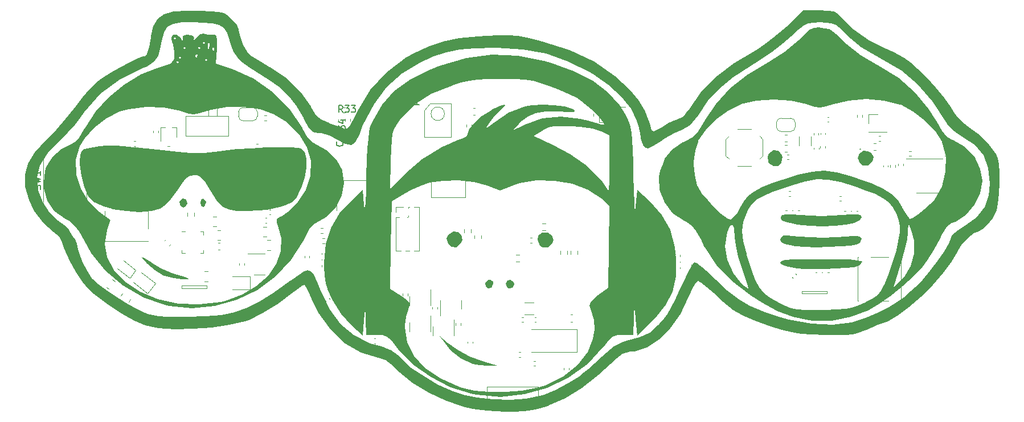
<source format=gbr>
%TF.GenerationSoftware,KiCad,Pcbnew,(6.0.5)*%
%TF.CreationDate,2023-09-14T14:32:31-07:00*%
%TF.ProjectId,Monkeys,4d6f6e6b-6579-4732-9e6b-696361645f70,3.7*%
%TF.SameCoordinates,Original*%
%TF.FileFunction,Legend,Top*%
%TF.FilePolarity,Positive*%
%FSLAX46Y46*%
G04 Gerber Fmt 4.6, Leading zero omitted, Abs format (unit mm)*
G04 Created by KiCad (PCBNEW (6.0.5)) date 2023-09-14 14:32:31*
%MOMM*%
%LPD*%
G01*
G04 APERTURE LIST*
%ADD10C,0.150000*%
%ADD11C,0.125000*%
%ADD12C,0.120000*%
%ADD13C,0.200000*%
%ADD14C,0.100000*%
G04 APERTURE END LIST*
D10*
%TO.C,D3*%
X111711904Y-72352380D02*
X111711904Y-71352380D01*
X111950000Y-71352380D01*
X112092857Y-71400000D01*
X112188095Y-71495238D01*
X112235714Y-71590476D01*
X112283333Y-71780952D01*
X112283333Y-71923809D01*
X112235714Y-72114285D01*
X112188095Y-72209523D01*
X112092857Y-72304761D01*
X111950000Y-72352380D01*
X111711904Y-72352380D01*
X112616666Y-71352380D02*
X113235714Y-71352380D01*
X112902380Y-71733333D01*
X113045238Y-71733333D01*
X113140476Y-71780952D01*
X113188095Y-71828571D01*
X113235714Y-71923809D01*
X113235714Y-72161904D01*
X113188095Y-72257142D01*
X113140476Y-72304761D01*
X113045238Y-72352380D01*
X112759523Y-72352380D01*
X112664285Y-72304761D01*
X112616666Y-72257142D01*
D11*
X111999868Y-70226190D02*
X111714153Y-70226190D01*
X111857011Y-70226190D02*
X111857011Y-69726190D01*
X111809391Y-69797619D01*
X111761772Y-69845238D01*
X111714153Y-69869047D01*
D10*
%TO.C,U5*%
X136565714Y-63062380D02*
X135994285Y-63062380D01*
X136280000Y-63062380D02*
X136280000Y-62062380D01*
X136184761Y-62205238D01*
X136089523Y-62300476D01*
X135994285Y-62348095D01*
%TO.C,C4*%
X94130344Y-70417142D02*
X94082725Y-70464761D01*
X93939868Y-70512380D01*
X93844630Y-70512380D01*
X93701772Y-70464761D01*
X93606534Y-70369523D01*
X93558915Y-70274285D01*
X93511296Y-70083809D01*
X93511296Y-69940952D01*
X93558915Y-69750476D01*
X93606534Y-69655238D01*
X93701772Y-69560000D01*
X93844630Y-69512380D01*
X93939868Y-69512380D01*
X94082725Y-69560000D01*
X94130344Y-69607619D01*
X94987487Y-69845714D02*
X94987487Y-70512380D01*
X94749391Y-69464761D02*
X94511296Y-70179047D01*
X95130344Y-70179047D01*
%TO.C,C41*%
X125167143Y-68632853D02*
X125214762Y-68680472D01*
X125262381Y-68823329D01*
X125262381Y-68918567D01*
X125214762Y-69061424D01*
X125119524Y-69156662D01*
X125024286Y-69204281D01*
X124833810Y-69251900D01*
X124690953Y-69251900D01*
X124500477Y-69204281D01*
X124405239Y-69156662D01*
X124310001Y-69061424D01*
X124262381Y-68918567D01*
X124262381Y-68823329D01*
X124310001Y-68680472D01*
X124357620Y-68632853D01*
X124595715Y-67775710D02*
X125262381Y-67775710D01*
X124214762Y-68013805D02*
X124929048Y-68251900D01*
X124929048Y-67632853D01*
X125262381Y-66728091D02*
X125262381Y-67299519D01*
X125262381Y-67013805D02*
X124262381Y-67013805D01*
X124405239Y-67109043D01*
X124500477Y-67204281D01*
X124548096Y-67299519D01*
%TO.C,JP1*%
X110286666Y-62152380D02*
X110286666Y-62866666D01*
X110239047Y-63009523D01*
X110143809Y-63104761D01*
X110000952Y-63152380D01*
X109905714Y-63152380D01*
X110762857Y-63152380D02*
X110762857Y-62152380D01*
X111143809Y-62152380D01*
X111239047Y-62200000D01*
X111286666Y-62247619D01*
X111334285Y-62342857D01*
X111334285Y-62485714D01*
X111286666Y-62580952D01*
X111239047Y-62628571D01*
X111143809Y-62676190D01*
X110762857Y-62676190D01*
X112286666Y-63152380D02*
X111715238Y-63152380D01*
X112000952Y-63152380D02*
X112000952Y-62152380D01*
X111905714Y-62295238D01*
X111810476Y-62390476D01*
X111715238Y-62438095D01*
%TO.C,D2*%
X90188915Y-71822380D02*
X90188915Y-70822380D01*
X90427011Y-70822380D01*
X90569868Y-70870000D01*
X90665106Y-70965238D01*
X90712725Y-71060476D01*
X90760344Y-71250952D01*
X90760344Y-71393809D01*
X90712725Y-71584285D01*
X90665106Y-71679523D01*
X90569868Y-71774761D01*
X90427011Y-71822380D01*
X90188915Y-71822380D01*
X91141296Y-70917619D02*
X91188915Y-70870000D01*
X91284153Y-70822380D01*
X91522249Y-70822380D01*
X91617487Y-70870000D01*
X91665106Y-70917619D01*
X91712725Y-71012857D01*
X91712725Y-71108095D01*
X91665106Y-71250952D01*
X91093677Y-71822380D01*
X91712725Y-71822380D01*
D11*
X93409868Y-70066190D02*
X93124153Y-70066190D01*
X93267011Y-70066190D02*
X93267011Y-69566190D01*
X93219391Y-69637619D01*
X93171772Y-69685238D01*
X93124153Y-69709047D01*
D10*
%TO.C,U8*%
X195051064Y-55062380D02*
X195051064Y-55871904D01*
X195098683Y-55967142D01*
X195146302Y-56014761D01*
X195241540Y-56062380D01*
X195432016Y-56062380D01*
X195527254Y-56014761D01*
X195574873Y-55967142D01*
X195622492Y-55871904D01*
X195622492Y-55062380D01*
X196241540Y-55490952D02*
X196146302Y-55443333D01*
X196098683Y-55395714D01*
X196051064Y-55300476D01*
X196051064Y-55252857D01*
X196098683Y-55157619D01*
X196146302Y-55110000D01*
X196241540Y-55062380D01*
X196432016Y-55062380D01*
X196527254Y-55110000D01*
X196574873Y-55157619D01*
X196622492Y-55252857D01*
X196622492Y-55300476D01*
X196574873Y-55395714D01*
X196527254Y-55443333D01*
X196432016Y-55490952D01*
X196241540Y-55490952D01*
X196146302Y-55538571D01*
X196098683Y-55586190D01*
X196051064Y-55681428D01*
X196051064Y-55871904D01*
X196098683Y-55967142D01*
X196146302Y-56014761D01*
X196241540Y-56062380D01*
X196432016Y-56062380D01*
X196527254Y-56014761D01*
X196574873Y-55967142D01*
X196622492Y-55871904D01*
X196622492Y-55681428D01*
X196574873Y-55586190D01*
X196527254Y-55538571D01*
X196432016Y-55490952D01*
%TO.C,SW2*%
X91706666Y-76564761D02*
X91849523Y-76612380D01*
X92087619Y-76612380D01*
X92182857Y-76564761D01*
X92230476Y-76517142D01*
X92278095Y-76421904D01*
X92278095Y-76326666D01*
X92230476Y-76231428D01*
X92182857Y-76183809D01*
X92087619Y-76136190D01*
X91897142Y-76088571D01*
X91801904Y-76040952D01*
X91754285Y-75993333D01*
X91706666Y-75898095D01*
X91706666Y-75802857D01*
X91754285Y-75707619D01*
X91801904Y-75660000D01*
X91897142Y-75612380D01*
X92135238Y-75612380D01*
X92278095Y-75660000D01*
X92611428Y-75612380D02*
X92849523Y-76612380D01*
X93040000Y-75898095D01*
X93230476Y-76612380D01*
X93468571Y-75612380D01*
X93801904Y-75707619D02*
X93849523Y-75660000D01*
X93944761Y-75612380D01*
X94182857Y-75612380D01*
X94278095Y-75660000D01*
X94325714Y-75707619D01*
X94373333Y-75802857D01*
X94373333Y-75898095D01*
X94325714Y-76040952D01*
X93754285Y-76612380D01*
X94373333Y-76612380D01*
%TO.C,SW1*%
X80264761Y-75663333D02*
X80312380Y-75520476D01*
X80312380Y-75282380D01*
X80264761Y-75187142D01*
X80217142Y-75139523D01*
X80121904Y-75091904D01*
X80026666Y-75091904D01*
X79931428Y-75139523D01*
X79883809Y-75187142D01*
X79836190Y-75282380D01*
X79788571Y-75472857D01*
X79740952Y-75568095D01*
X79693333Y-75615714D01*
X79598095Y-75663333D01*
X79502857Y-75663333D01*
X79407619Y-75615714D01*
X79360000Y-75568095D01*
X79312380Y-75472857D01*
X79312380Y-75234761D01*
X79360000Y-75091904D01*
X79312380Y-74758571D02*
X80312380Y-74520476D01*
X79598095Y-74330000D01*
X80312380Y-74139523D01*
X79312380Y-73901428D01*
X80312380Y-72996666D02*
X80312380Y-73568095D01*
X80312380Y-73282380D02*
X79312380Y-73282380D01*
X79455238Y-73377619D01*
X79550476Y-73472857D01*
X79598095Y-73568095D01*
%TO.C,R34*%
X125582384Y-67212856D02*
X125106194Y-67546189D01*
X125582384Y-67784284D02*
X124582384Y-67784284D01*
X124582384Y-67403332D01*
X124630004Y-67308094D01*
X124677623Y-67260475D01*
X124772861Y-67212856D01*
X124915718Y-67212856D01*
X125010956Y-67260475D01*
X125058575Y-67308094D01*
X125106194Y-67403332D01*
X125106194Y-67784284D01*
X124582384Y-66879522D02*
X124582384Y-66260475D01*
X124963337Y-66593808D01*
X124963337Y-66450951D01*
X125010956Y-66355713D01*
X125058575Y-66308094D01*
X125153813Y-66260475D01*
X125391908Y-66260475D01*
X125487146Y-66308094D01*
X125534765Y-66355713D01*
X125582384Y-66450951D01*
X125582384Y-66736665D01*
X125534765Y-66831903D01*
X125487146Y-66879522D01*
X124915718Y-65403332D02*
X125582384Y-65403332D01*
X124534765Y-65641427D02*
X125249051Y-65879522D01*
X125249051Y-65260475D01*
%TO.C,R33*%
X125207143Y-64212379D02*
X124873810Y-63736189D01*
X124635715Y-64212379D02*
X124635715Y-63212379D01*
X125016667Y-63212379D01*
X125111905Y-63259999D01*
X125159524Y-63307618D01*
X125207143Y-63402856D01*
X125207143Y-63545713D01*
X125159524Y-63640951D01*
X125111905Y-63688570D01*
X125016667Y-63736189D01*
X124635715Y-63736189D01*
X125540477Y-63212379D02*
X126159524Y-63212379D01*
X125826191Y-63593332D01*
X125969048Y-63593332D01*
X126064286Y-63640951D01*
X126111905Y-63688570D01*
X126159524Y-63783808D01*
X126159524Y-64021903D01*
X126111905Y-64117141D01*
X126064286Y-64164760D01*
X125969048Y-64212379D01*
X125683334Y-64212379D01*
X125588096Y-64164760D01*
X125540477Y-64117141D01*
X126492858Y-63212379D02*
X127111905Y-63212379D01*
X126778572Y-63593332D01*
X126921429Y-63593332D01*
X127016667Y-63640951D01*
X127064286Y-63688570D01*
X127111905Y-63783808D01*
X127111905Y-64021903D01*
X127064286Y-64117141D01*
X127016667Y-64164760D01*
X126921429Y-64212379D01*
X126635715Y-64212379D01*
X126540477Y-64164760D01*
X126492858Y-64117141D01*
D12*
%TO.C,D10*%
X94442707Y-87735069D02*
X92642103Y-86328283D01*
X91737080Y-87486659D02*
X93537685Y-88893445D01*
X93537685Y-88893445D02*
X94442707Y-87735069D01*
%TO.C,C43*%
X199654183Y-59000000D02*
X199869855Y-59000000D01*
X199654183Y-58280000D02*
X199869855Y-58280000D01*
%TO.C,D3*%
X113417011Y-71600000D02*
X113417011Y-72170000D01*
X113127011Y-70890000D02*
X113347011Y-70890000D01*
X111517011Y-70890000D02*
X111297011Y-70890000D01*
X113417011Y-72170000D02*
X111227011Y-72170000D01*
X111227011Y-72170000D02*
X111227011Y-71600000D01*
X112277011Y-70890000D02*
X112367011Y-70890000D01*
%TO.C,C22*%
X196240000Y-67312164D02*
X196240000Y-67527836D01*
X196960000Y-67312164D02*
X196960000Y-67527836D01*
%TO.C,C25*%
X130086836Y-97900000D02*
X129871164Y-97900000D01*
X130086836Y-98620000D02*
X129871164Y-98620000D01*
%TO.C,Q6*%
X147590000Y-68450000D02*
X147590000Y-67800000D01*
X147590000Y-68450000D02*
X147590000Y-70125000D01*
X150710000Y-68450000D02*
X150710000Y-67800000D01*
X150710000Y-68450000D02*
X150710000Y-69100000D01*
%TO.C,R21*%
X142000000Y-95626359D02*
X142000000Y-95933641D01*
X142760000Y-95626359D02*
X142760000Y-95933641D01*
%TO.C,R10*%
X153066359Y-83680000D02*
X153373641Y-83680000D01*
X153066359Y-82920000D02*
X153373641Y-82920000D01*
%TO.C,Y1*%
X194815000Y-69205000D02*
X194815000Y-67855000D01*
X193065000Y-69205000D02*
X193065000Y-67855000D01*
%TO.C,C44*%
X199520806Y-60852502D02*
X199305134Y-60852502D01*
X199520806Y-60132502D02*
X199305134Y-60132502D01*
%TO.C,C2*%
X160042500Y-96490000D02*
X153282500Y-96490000D01*
X153282500Y-99910000D02*
X160042500Y-99910000D01*
X160042500Y-99910000D02*
X160042500Y-96490000D01*
%TO.C,R5*%
X105134566Y-87925001D02*
X104680438Y-87925001D01*
X105134566Y-89395001D02*
X104680438Y-89395001D01*
%TO.C,C40*%
X144614420Y-64580000D02*
X144895580Y-64580000D01*
X144614420Y-63560000D02*
X144895580Y-63560000D01*
D13*
%TO.C,IC1*%
X202189000Y-69728000D02*
X202189000Y-69728000D01*
X202089000Y-69728000D02*
X202089000Y-69728000D01*
X202189000Y-69728000D02*
X202189000Y-69728000D01*
X202189000Y-69728000D02*
G75*
G03*
X202089000Y-69728000I-50000J0D01*
G01*
X202189000Y-69728000D02*
G75*
G03*
X202089000Y-69728000I-50000J0D01*
G01*
X202089000Y-69728000D02*
G75*
G03*
X202189000Y-69728000I50000J0D01*
G01*
D12*
%TO.C,C15*%
X204942164Y-67780000D02*
X205157836Y-67780000D01*
X204942164Y-68500000D02*
X205157836Y-68500000D01*
%TO.C,C42*%
X194632972Y-55170339D02*
X194632972Y-54954667D01*
X193912972Y-55170339D02*
X193912972Y-54954667D01*
%TO.C,R2*%
X107059564Y-83235000D02*
X106605436Y-83235000D01*
X107059564Y-81765000D02*
X106605436Y-81765000D01*
%TO.C,R1*%
X121971359Y-82210000D02*
X122278641Y-82210000D01*
X121971359Y-81450000D02*
X122278641Y-81450000D01*
%TO.C,C18*%
X191527164Y-75990000D02*
X191742836Y-75990000D01*
X191527164Y-76710000D02*
X191742836Y-76710000D01*
%TO.C,R22*%
X134850000Y-91206359D02*
X134850000Y-91513641D01*
X134090000Y-91206359D02*
X134090000Y-91513641D01*
%TO.C,C19*%
X192518307Y-88269190D02*
X192670810Y-88421693D01*
X192009190Y-88778307D02*
X192161693Y-88930810D01*
%TO.C,U5*%
X141340000Y-67940000D02*
X137340000Y-67940000D01*
X137340000Y-67940000D02*
X137340000Y-63940000D01*
X138190000Y-62940000D02*
X141340000Y-62940000D01*
X141340000Y-62940000D02*
X141340000Y-67940000D01*
X138190000Y-62940000D02*
X137340000Y-63940000D01*
X140340000Y-64440000D02*
G75*
G03*
X140340000Y-64440000I-1000000J0D01*
G01*
%TO.C,SW5*%
X105245000Y-64705000D02*
X105245000Y-63105000D01*
X101845000Y-64755000D02*
X108245000Y-64755000D01*
X106545000Y-63105000D02*
X106545000Y-64755000D01*
X101845000Y-67755000D02*
X101845000Y-64755000D01*
X108245000Y-67755000D02*
X101845000Y-67755000D01*
X108245000Y-64755000D02*
X108245000Y-67755000D01*
X105245000Y-63105000D02*
X106545000Y-63105000D01*
%TO.C,R30*%
X163250000Y-64743641D02*
X163250000Y-64436359D01*
X162490000Y-64743641D02*
X162490000Y-64436359D01*
%TO.C,U1*%
X104055000Y-85210000D02*
X104530000Y-85210000D01*
X104530000Y-85210000D02*
X104530000Y-84735000D01*
X104055000Y-81990000D02*
X104530000Y-81990000D01*
X104530000Y-81990000D02*
X104530000Y-82465000D01*
X101310000Y-85210000D02*
X101310000Y-84735000D01*
X101785000Y-85210000D02*
X101310000Y-85210000D01*
X101785000Y-81990000D02*
X101310000Y-81990000D01*
%TO.C,C29*%
X113408748Y-82755000D02*
X113931252Y-82755000D01*
X113408748Y-81285000D02*
X113931252Y-81285000D01*
%TO.C,JP2*%
X192490000Y-65790000D02*
X192490000Y-66390000D01*
X191790000Y-67090000D02*
X190390000Y-67090000D01*
X189690000Y-66390000D02*
X189690000Y-65790000D01*
X190390000Y-65090000D02*
X191790000Y-65090000D01*
X192490000Y-65790000D02*
G75*
G03*
X191790000Y-65090000I-699999J1D01*
G01*
X191790000Y-67090000D02*
G75*
G03*
X192490000Y-66390000I1J699999D01*
G01*
X190390000Y-65090000D02*
G75*
G03*
X189690000Y-65790000I0J-700000D01*
G01*
X189690000Y-66390000D02*
G75*
G03*
X190390000Y-67090000I700000J0D01*
G01*
%TO.C,C37*%
X151862164Y-94750000D02*
X152077836Y-94750000D01*
X151862164Y-95470000D02*
X152077836Y-95470000D01*
%TO.C,R40*%
X199586611Y-56222502D02*
X199279329Y-56222502D01*
X199586611Y-55462502D02*
X199279329Y-55462502D01*
%TO.C,C32*%
X143808000Y-98597836D02*
X143808000Y-98382164D01*
X144528000Y-98597836D02*
X144528000Y-98382164D01*
%TO.C,C34*%
X99640030Y-83871219D02*
X99441219Y-84070030D01*
X98918781Y-83149970D02*
X98719970Y-83348781D01*
%TO.C,D6*%
X193180000Y-80140000D02*
X190990000Y-80140000D01*
X191280000Y-78860000D02*
X191060000Y-78860000D01*
X190990000Y-80140000D02*
X190990000Y-79570000D01*
X192890000Y-78860000D02*
X193110000Y-78860000D01*
X192040000Y-78860000D02*
X192130000Y-78860000D01*
X193180000Y-79570000D02*
X193180000Y-80140000D01*
%TO.C,R28*%
X159097500Y-84872742D02*
X159097500Y-85347258D01*
X160142500Y-84872742D02*
X160142500Y-85347258D01*
%TO.C,C4*%
X94404847Y-69260000D02*
X94189175Y-69260000D01*
X94404847Y-68540000D02*
X94189175Y-68540000D01*
%TO.C,D5*%
X174670000Y-87570000D02*
X174100000Y-87570000D01*
X175380000Y-86430000D02*
X175380000Y-86520000D01*
X174100000Y-87570000D02*
X174100000Y-85380000D01*
X175380000Y-85670000D02*
X175380000Y-85450000D01*
X175380000Y-87280000D02*
X175380000Y-87500000D01*
X174100000Y-85380000D02*
X174670000Y-85380000D01*
%TO.C,Q3*%
X142830000Y-92840000D02*
X142830000Y-92190000D01*
X139710000Y-92840000D02*
X139710000Y-94515000D01*
X139710000Y-92840000D02*
X139710000Y-92190000D01*
X142830000Y-92840000D02*
X142830000Y-93490000D01*
%TO.C,C38*%
X122675690Y-92421017D02*
X122571130Y-92232386D01*
X123305416Y-92071954D02*
X123200856Y-91883323D01*
%TO.C,C1*%
X153632164Y-101240000D02*
X153847836Y-101240000D01*
X153632164Y-101960000D02*
X153847836Y-101960000D01*
%TO.C,D7*%
X197590000Y-86810000D02*
X197590000Y-87380000D01*
X197300000Y-88090000D02*
X197520000Y-88090000D01*
X196540000Y-88090000D02*
X196450000Y-88090000D01*
X195400000Y-87380000D02*
X195400000Y-86810000D01*
X195400000Y-86810000D02*
X197590000Y-86810000D01*
X195690000Y-88090000D02*
X195470000Y-88090000D01*
%TO.C,C12*%
X120269999Y-85852832D02*
X120269999Y-85637160D01*
X119549999Y-85852832D02*
X119549999Y-85637160D01*
%TO.C,C36*%
X153947836Y-94750000D02*
X153732164Y-94750000D01*
X153947836Y-95470000D02*
X153732164Y-95470000D01*
%TO.C,C41*%
X125260001Y-65252160D02*
X125260001Y-65467832D01*
X124540001Y-65252160D02*
X124540001Y-65467832D01*
%TO.C,U2*%
X112857500Y-85290000D02*
X111057500Y-85290000D01*
X112857500Y-85290000D02*
X113657500Y-85290000D01*
X112857500Y-88410000D02*
X113657500Y-88410000D01*
X112857500Y-88410000D02*
X112057500Y-88410000D01*
%TO.C,C24*%
X195980000Y-69717836D02*
X195980000Y-69502164D01*
X195260000Y-69717836D02*
X195260000Y-69502164D01*
%TO.C,C21*%
X197467836Y-64940000D02*
X197252164Y-64940000D01*
X197467836Y-65660000D02*
X197252164Y-65660000D01*
%TO.C,C20*%
X199062164Y-77400000D02*
X199277836Y-77400000D01*
X199062164Y-76680000D02*
X199277836Y-76680000D01*
D14*
%TO.C,D1*%
X156535000Y-83310000D02*
G75*
G03*
X156535000Y-83310000I-50000J0D01*
G01*
D12*
%TO.C,C46*%
X192129856Y-59360002D02*
X191914184Y-59360002D01*
X192129856Y-58640002D02*
X191914184Y-58640002D01*
%TO.C,C45*%
X192159855Y-57330000D02*
X191944183Y-57330000D01*
X192159855Y-58050000D02*
X191944183Y-58050000D01*
%TO.C,C26*%
X191282164Y-70500000D02*
X191497836Y-70500000D01*
X191282164Y-71220000D02*
X191497836Y-71220000D01*
%TO.C,Q1*%
X100485611Y-67879500D02*
X100485611Y-66469500D01*
X98165611Y-66469500D02*
X98825611Y-66469500D01*
X99825611Y-66469500D02*
X100485611Y-66469500D01*
X98165611Y-66469500D02*
X98165611Y-68499500D01*
%TO.C,SW6*%
X187660000Y-68220000D02*
X187660000Y-70720000D01*
X187210000Y-71170000D02*
X187660000Y-70720000D01*
X182610000Y-67770000D02*
X182160000Y-68220000D01*
X182610000Y-71170000D02*
X182160000Y-70720000D01*
X187210000Y-67770000D02*
X187660000Y-68220000D01*
X182160000Y-68220000D02*
X182160000Y-70720000D01*
X185910000Y-66720000D02*
X183910000Y-66720000D01*
X185910000Y-72220000D02*
X183910000Y-72220000D01*
%TO.C,J2*%
X135740000Y-74210000D02*
X137070000Y-74210000D01*
X138340000Y-76870000D02*
X143480000Y-76870000D01*
X135740000Y-75540000D02*
X135740000Y-74210000D01*
X138340000Y-74210000D02*
X143480000Y-74210000D01*
X143480000Y-76870000D02*
X143480000Y-74210000D01*
X138340000Y-76870000D02*
X138340000Y-74210000D01*
%TO.C,L1*%
X204456267Y-69900001D02*
X204113733Y-69900001D01*
X204456267Y-68880001D02*
X204113733Y-68880001D01*
%TO.C,R9*%
X144777498Y-83002259D02*
X144777498Y-82527743D01*
X145822498Y-83002259D02*
X145822498Y-82527743D01*
%TO.C,C6*%
X112387164Y-68960000D02*
X112602836Y-68960000D01*
X112387164Y-69680000D02*
X112602836Y-69680000D01*
%TO.C,JP1*%
X109720000Y-64800000D02*
X109720000Y-64200000D01*
X110420000Y-63500000D02*
X111820000Y-63500000D01*
X111820000Y-65500000D02*
X110420000Y-65500000D01*
X112520000Y-64200000D02*
X112520000Y-64800000D01*
X109720000Y-64800000D02*
G75*
G03*
X110420000Y-65500000I699999J-1D01*
G01*
X111820000Y-65500000D02*
G75*
G03*
X112520000Y-64800000I0J700000D01*
G01*
X110420000Y-63500000D02*
G75*
G03*
X109720000Y-64200000I-1J-699999D01*
G01*
X112520000Y-64200000D02*
G75*
G03*
X111820000Y-63500000I-700000J0D01*
G01*
%TO.C,C39*%
X196220000Y-69272164D02*
X196220000Y-69487836D01*
X196940000Y-69272164D02*
X196940000Y-69487836D01*
%TO.C,C33*%
X105908748Y-81235000D02*
X106431252Y-81235000D01*
X105908748Y-79765000D02*
X106431252Y-79765000D01*
%TO.C,SW4*%
X124320000Y-74360000D02*
X124320000Y-74330000D01*
X124320000Y-76260000D02*
X124320000Y-78860000D01*
X130780000Y-74330000D02*
X130780000Y-74360000D01*
X130780000Y-76260000D02*
X130780000Y-78860000D01*
X124320000Y-80790000D02*
X130780000Y-80790000D01*
X124320000Y-74330000D02*
X130780000Y-74330000D01*
X130780000Y-80790000D02*
X130780000Y-80760000D01*
X124320000Y-80790000D02*
X124320000Y-80760000D01*
%TO.C,Q5*%
X135130000Y-92312500D02*
X135130000Y-91662500D01*
X135130000Y-92312500D02*
X135130000Y-92962500D01*
X138250000Y-92312500D02*
X138250000Y-92962500D01*
X138250000Y-92312500D02*
X138250000Y-90637500D01*
%TO.C,D2*%
X92637011Y-72010000D02*
X92637011Y-71440000D01*
X94537011Y-70730000D02*
X94757011Y-70730000D01*
X94827011Y-71440000D02*
X94827011Y-72010000D01*
X94827011Y-72010000D02*
X92637011Y-72010000D01*
X92927011Y-70730000D02*
X92707011Y-70730000D01*
X93687011Y-70730000D02*
X93777011Y-70730000D01*
%TO.C,SW3*%
X208250000Y-92260000D02*
X208220000Y-92260000D01*
X208250000Y-85800000D02*
X208250000Y-92260000D01*
X201790000Y-85800000D02*
X201820000Y-85800000D01*
X206320000Y-92260000D02*
X203720000Y-92260000D01*
X208220000Y-85800000D02*
X208250000Y-85800000D01*
X201790000Y-92260000D02*
X201820000Y-92260000D01*
X206320000Y-85800000D02*
X203720000Y-85800000D01*
X201790000Y-85800000D02*
X201790000Y-92260000D01*
%TO.C,Q4*%
X141710000Y-96780000D02*
X141710000Y-95105000D01*
X138590000Y-96780000D02*
X138590000Y-97430000D01*
X141710000Y-96780000D02*
X141710000Y-97430000D01*
X138590000Y-96780000D02*
X138590000Y-96130000D01*
D10*
%TO.C,U8*%
X194312969Y-59785000D02*
X197312969Y-59785000D01*
X195812969Y-56535000D02*
X197312969Y-56535000D01*
D12*
%TO.C,R39*%
X197042970Y-54848860D02*
X197042970Y-55156142D01*
X197802970Y-54848860D02*
X197802970Y-55156142D01*
%TO.C,C7*%
X214742164Y-70730000D02*
X214957836Y-70730000D01*
X214742164Y-70010000D02*
X214957836Y-70010000D01*
%TO.C,R14*%
X217333641Y-74040000D02*
X217026359Y-74040000D01*
X217333641Y-74800000D02*
X217026359Y-74800000D01*
%TO.C,C23*%
X195970000Y-67342164D02*
X195970000Y-67557836D01*
X195250000Y-67342164D02*
X195250000Y-67557836D01*
%TO.C,Y2*%
X153585000Y-94325000D02*
X152235000Y-94325000D01*
X153585000Y-92575000D02*
X152235000Y-92575000D01*
%TO.C,C3*%
X110570000Y-86742164D02*
X110570000Y-86957836D01*
X109850000Y-86742164D02*
X109850000Y-86957836D01*
%TO.C,R16*%
X207390000Y-72066359D02*
X207390000Y-72373641D01*
X206630000Y-72066359D02*
X206630000Y-72373641D01*
%TO.C,SW2*%
X96270000Y-83440000D02*
X96270000Y-83410000D01*
X89810000Y-76980000D02*
X96270000Y-76980000D01*
X96270000Y-78910000D02*
X96270000Y-81510000D01*
X96270000Y-76980000D02*
X96270000Y-77010000D01*
X89810000Y-83440000D02*
X96270000Y-83440000D01*
X89810000Y-78910000D02*
X89810000Y-81510000D01*
X89810000Y-77010000D02*
X89810000Y-76980000D01*
X89810000Y-83440000D02*
X89810000Y-83410000D01*
%TO.C,C27*%
X159074420Y-94370000D02*
X159355580Y-94370000D01*
X159074420Y-95390000D02*
X159355580Y-95390000D01*
%TO.C,R17*%
X217343641Y-73020000D02*
X217036359Y-73020000D01*
X217343641Y-73780000D02*
X217036359Y-73780000D01*
%TO.C,G\u002A\u002A\u002A*%
G36*
X101837456Y-77136888D02*
G01*
X101935589Y-77217279D01*
X102135885Y-77781407D01*
X101874955Y-78280071D01*
X101537465Y-78393239D01*
X101078641Y-78132644D01*
X100981580Y-78004321D01*
X100939789Y-77458732D01*
X101318292Y-77092689D01*
X101837456Y-77136888D01*
G37*
G36*
X155715213Y-82137796D02*
G01*
X156336758Y-82567874D01*
X156555092Y-83234242D01*
X156407141Y-83676712D01*
X155715113Y-84309831D01*
X154940315Y-84315106D01*
X154565934Y-84056075D01*
X154153601Y-83279065D01*
X154313691Y-82543342D01*
X154881581Y-82136916D01*
X155715213Y-82137796D01*
G37*
G36*
X190005493Y-69981341D02*
G01*
X190498581Y-70591862D01*
X190558201Y-70843760D01*
X190426822Y-71697008D01*
X189901126Y-72197750D01*
X189209730Y-72257096D01*
X188581245Y-71786154D01*
X188496307Y-71645475D01*
X188360153Y-70822363D01*
X188596803Y-70354461D01*
X189281298Y-69879688D01*
X190005493Y-69981341D01*
G37*
G36*
X177760576Y-81904279D02*
G01*
X177107755Y-81087868D01*
X176304957Y-80533918D01*
X175923071Y-80349273D01*
X174257923Y-79231810D01*
X173035850Y-77665260D01*
X172333540Y-75810635D01*
X172227684Y-73828945D01*
X172394467Y-72940885D01*
X172776732Y-71953802D01*
X177395432Y-71953802D01*
X177545781Y-73585667D01*
X177937521Y-75080368D01*
X178050653Y-75352394D01*
X178610460Y-76267096D01*
X179469712Y-77337468D01*
X180479056Y-78413564D01*
X181489138Y-79345437D01*
X182350607Y-79983142D01*
X182861137Y-80181971D01*
X183297793Y-79887702D01*
X183868159Y-79134083D01*
X184220228Y-78519629D01*
X184817536Y-77485732D01*
X185487902Y-76676603D01*
X186364850Y-76002523D01*
X187581905Y-75373776D01*
X189272591Y-74700646D01*
X190616338Y-74221978D01*
X193009679Y-73462333D01*
X194999401Y-73038749D01*
X196811836Y-72948028D01*
X198673312Y-73186972D01*
X200810159Y-73752385D01*
X201777863Y-74064299D01*
X203979682Y-74853235D01*
X205609847Y-75590142D01*
X206798895Y-76360311D01*
X207677362Y-77249036D01*
X208375786Y-78341610D01*
X208403129Y-78393239D01*
X208939690Y-79333796D01*
X209376648Y-79962115D01*
X209531368Y-80101986D01*
X209979391Y-79951120D01*
X210752445Y-79434593D01*
X211671965Y-78695000D01*
X212559388Y-77874935D01*
X213183088Y-77185867D01*
X214280851Y-75259563D01*
X214855549Y-73056796D01*
X214880125Y-70791986D01*
X214327522Y-68679554D01*
X214272164Y-68555211D01*
X213267132Y-66989655D01*
X211775920Y-65439203D01*
X210007651Y-64087721D01*
X208171450Y-63119075D01*
X208024964Y-63062537D01*
X205700989Y-62479541D01*
X203064393Y-62281297D01*
X200407264Y-62470122D01*
X198204751Y-62984627D01*
X197036744Y-63356597D01*
X196226401Y-63494261D01*
X195455669Y-63398545D01*
X194406492Y-63070373D01*
X194191388Y-62996306D01*
X191887294Y-62463895D01*
X189298515Y-62289724D01*
X186720190Y-62471815D01*
X184447459Y-63008193D01*
X184297853Y-63062537D01*
X182465338Y-63991814D01*
X180683685Y-65318936D01*
X179162017Y-66860038D01*
X178109459Y-68431253D01*
X178050653Y-68555211D01*
X177616580Y-69954708D01*
X177403740Y-71595926D01*
X177395432Y-71953802D01*
X172776732Y-71953802D01*
X173094206Y-71134021D01*
X174167894Y-69788498D01*
X175774251Y-68714677D01*
X176046801Y-68577132D01*
X177113120Y-67987288D01*
X177873327Y-67336186D01*
X178533172Y-66407038D01*
X179111448Y-65348061D01*
X180678380Y-62965547D01*
X182821306Y-60674534D01*
X185401705Y-58603917D01*
X188122278Y-56963431D01*
X190953137Y-55240814D01*
X192970240Y-53483922D01*
X193950561Y-52485422D01*
X194659920Y-51915222D01*
X195297201Y-51662017D01*
X196061289Y-51614501D01*
X196297539Y-51621800D01*
X197527306Y-51820597D01*
X198395161Y-52387943D01*
X198594342Y-52605414D01*
X200155074Y-54129373D01*
X202233033Y-55693619D01*
X204650593Y-57167827D01*
X205246009Y-57485664D01*
X207846724Y-59143188D01*
X210260503Y-61258256D01*
X212298856Y-63645896D01*
X213521485Y-65606542D01*
X214295409Y-66963611D01*
X214975293Y-67799328D01*
X215695787Y-68270301D01*
X215871700Y-68340006D01*
X217686292Y-69342914D01*
X219099002Y-70821207D01*
X220003007Y-72627090D01*
X220293582Y-74458028D01*
X219975001Y-76267826D01*
X219111943Y-78004734D01*
X217843435Y-79476949D01*
X216308501Y-80492666D01*
X215774381Y-80692813D01*
X215105200Y-81216326D01*
X214340865Y-82376579D01*
X213950282Y-83149124D01*
X213125856Y-84684877D01*
X212106682Y-86295433D01*
X211415776Y-87241909D01*
X210164539Y-88592964D01*
X208490679Y-90096723D01*
X206609501Y-91581882D01*
X204736307Y-92877138D01*
X203274980Y-93719079D01*
X200721486Y-94691428D01*
X197946858Y-95224330D01*
X195244174Y-95269288D01*
X194466901Y-95176585D01*
X192111243Y-94658942D01*
X189872905Y-93826632D01*
X187536291Y-92588322D01*
X185900102Y-91547506D01*
X183061867Y-89373068D01*
X180807548Y-86998211D01*
X179007707Y-84277784D01*
X178930530Y-84127789D01*
X182051470Y-84127789D01*
X182357272Y-86231286D01*
X183311863Y-88219476D01*
X184260016Y-89388584D01*
X184947693Y-90059252D01*
X185397979Y-90423647D01*
X185478794Y-90447215D01*
X185413171Y-90089640D01*
X185154437Y-89215467D01*
X184750567Y-87981751D01*
X184524230Y-87322293D01*
X184023524Y-85684860D01*
X183652476Y-84088768D01*
X183473583Y-82813145D01*
X183466194Y-82596760D01*
X183412253Y-81873893D01*
X184583020Y-81873893D01*
X184748592Y-83373598D01*
X185242224Y-85278231D01*
X185285670Y-85421049D01*
X185974716Y-87575183D01*
X186571403Y-89159036D01*
X187149477Y-90298274D01*
X187782682Y-91118560D01*
X188544766Y-91745559D01*
X189242046Y-92162806D01*
X190541785Y-92835650D01*
X191642996Y-93284425D01*
X192748082Y-93548959D01*
X194059449Y-93669080D01*
X195779502Y-93684617D01*
X196876901Y-93665155D01*
X198680285Y-93608854D01*
X199975286Y-93506791D01*
X200968990Y-93318763D01*
X201868485Y-93004565D01*
X202880859Y-92523995D01*
X202958592Y-92484468D01*
X204014833Y-91921823D01*
X204723189Y-91417093D01*
X205239273Y-90784718D01*
X205495662Y-90279039D01*
X207120102Y-90279039D01*
X208037949Y-89434026D01*
X208789254Y-88545818D01*
X209490513Y-87413765D01*
X209616238Y-87158028D01*
X210163138Y-85293617D01*
X210194947Y-83364660D01*
X209768695Y-81791831D01*
X209277266Y-80718591D01*
X209244218Y-82149577D01*
X209121598Y-83127256D01*
X208821019Y-84543063D01*
X208396353Y-86158232D01*
X208165636Y-86929801D01*
X207120102Y-90279039D01*
X205495662Y-90279039D01*
X205718700Y-89839138D01*
X206250786Y-88558732D01*
X206866504Y-86867694D01*
X207417988Y-85058793D01*
X207794282Y-83499117D01*
X207816833Y-83377551D01*
X208025689Y-82033573D01*
X208049173Y-81092995D01*
X207864718Y-80262490D01*
X207509510Y-79383076D01*
X207015428Y-78422213D01*
X206413133Y-77663532D01*
X205575664Y-77021956D01*
X204376059Y-76412408D01*
X202687355Y-75749812D01*
X201421232Y-75303351D01*
X199217387Y-74610810D01*
X197404092Y-74242856D01*
X195742467Y-74200321D01*
X193993633Y-74484036D01*
X191918709Y-75094834D01*
X191205653Y-75338931D01*
X189194505Y-76069110D01*
X187745437Y-76683207D01*
X186732900Y-77262865D01*
X186031344Y-77889726D01*
X185515220Y-78645432D01*
X185228020Y-79226057D01*
X184743498Y-80563313D01*
X184583020Y-81873893D01*
X183412253Y-81873893D01*
X183380655Y-81450442D01*
X183154867Y-80963051D01*
X182822660Y-81153162D01*
X182423166Y-82024088D01*
X182051470Y-84127789D01*
X178930530Y-84127789D01*
X178449096Y-83192112D01*
X177760576Y-81904279D01*
G37*
G36*
X83433588Y-69683317D02*
G01*
X84596003Y-69074835D01*
X85360547Y-68692413D01*
X86028922Y-68004629D01*
X86750074Y-66846978D01*
X86951783Y-66472959D01*
X88481322Y-64144157D01*
X90459310Y-61978143D01*
X92734228Y-60094143D01*
X95154560Y-58611382D01*
X97568789Y-57649088D01*
X98416877Y-57451255D01*
X99618166Y-57026117D01*
X99829213Y-56749577D01*
X100464225Y-56749577D01*
X100643099Y-56928450D01*
X100821972Y-56749577D01*
X100643099Y-56570704D01*
X100464225Y-56749577D01*
X99829213Y-56749577D01*
X100102233Y-56391831D01*
X104757183Y-56391831D01*
X104936056Y-56570704D01*
X105114930Y-56391831D01*
X104936056Y-56212957D01*
X104757183Y-56391831D01*
X100102233Y-56391831D01*
X100195691Y-56269371D01*
X100194269Y-56034084D01*
X100821972Y-56034084D01*
X101000845Y-56212957D01*
X101179718Y-56034084D01*
X101000845Y-55855211D01*
X103326197Y-55855211D01*
X103457091Y-56149677D01*
X103564695Y-56093708D01*
X103607510Y-55669147D01*
X103564695Y-55616713D01*
X103352015Y-55665821D01*
X103326197Y-55855211D01*
X101000845Y-55855211D01*
X100821972Y-56034084D01*
X100194269Y-56034084D01*
X100188731Y-55117559D01*
X100094611Y-54740591D01*
X100060255Y-54603098D01*
X101537465Y-54603098D01*
X101716338Y-54781971D01*
X101895211Y-54603098D01*
X103683944Y-54603098D01*
X103862817Y-54781971D01*
X104041690Y-54603098D01*
X103862817Y-54424225D01*
X105197928Y-54424225D01*
X105235226Y-55075079D01*
X105328088Y-55151784D01*
X105361533Y-55050281D01*
X105377986Y-54781971D01*
X105830423Y-54781971D01*
X105961316Y-55076437D01*
X106068920Y-55020469D01*
X106111735Y-54595908D01*
X106068920Y-54543474D01*
X105856240Y-54592582D01*
X105830423Y-54781971D01*
X105377986Y-54781971D01*
X105417170Y-54142955D01*
X105361533Y-53798169D01*
X105257841Y-53686829D01*
X105201388Y-54181500D01*
X105197928Y-54424225D01*
X103862817Y-54424225D01*
X103683944Y-54603098D01*
X101895211Y-54603098D01*
X101716338Y-54424225D01*
X101537465Y-54603098D01*
X100060255Y-54603098D01*
X99881474Y-53887605D01*
X104399437Y-53887605D01*
X104578310Y-54066478D01*
X104757183Y-53887605D01*
X104578310Y-53708732D01*
X104399437Y-53887605D01*
X99881474Y-53887605D01*
X99858676Y-53796367D01*
X99757984Y-53172112D01*
X100106479Y-53172112D01*
X100285352Y-53350985D01*
X100464225Y-53172112D01*
X100285352Y-52993239D01*
X100106479Y-53172112D01*
X99757984Y-53172112D01*
X99749611Y-53120200D01*
X99748732Y-53085037D01*
X99983837Y-52688199D01*
X100514264Y-52707489D01*
X101077684Y-53110757D01*
X101188954Y-53261549D01*
X101475016Y-53668601D01*
X101460839Y-53468897D01*
X101406238Y-53286063D01*
X101426242Y-52852743D01*
X101957625Y-52712728D01*
X102241820Y-52713545D01*
X102960353Y-52835495D01*
X103102749Y-53200954D01*
X103071533Y-53315087D01*
X103106480Y-53485486D01*
X103450445Y-53123168D01*
X103485530Y-53076691D01*
X104074168Y-52549616D01*
X104513351Y-52529033D01*
X105183750Y-52696064D01*
X105770467Y-52684426D01*
X106226383Y-52665974D01*
X106463410Y-52866430D01*
X106535680Y-53443259D01*
X106497329Y-54553927D01*
X106485960Y-54765666D01*
X106367042Y-56954771D01*
X108700656Y-57746540D01*
X111911284Y-59193191D01*
X114804355Y-61208784D01*
X117267648Y-63698309D01*
X119188938Y-66566759D01*
X119245585Y-66673992D01*
X120027928Y-67964097D01*
X120795954Y-68731326D01*
X121452570Y-69064879D01*
X122973501Y-69938068D01*
X124283655Y-71271947D01*
X125136634Y-72813144D01*
X125157475Y-72874658D01*
X125422156Y-74746588D01*
X125076064Y-76628952D01*
X124199556Y-78347076D01*
X122872992Y-79726287D01*
X121691540Y-80408385D01*
X120948236Y-80867349D01*
X120270951Y-81664625D01*
X119533903Y-82956438D01*
X119360599Y-83303458D01*
X117554211Y-86198096D01*
X115238725Y-88667638D01*
X112511470Y-90666696D01*
X109469773Y-92149880D01*
X106210964Y-93071801D01*
X102832371Y-93387070D01*
X99431322Y-93050298D01*
X98772854Y-92904559D01*
X95566246Y-91775301D01*
X92588080Y-90041785D01*
X89960239Y-87800892D01*
X87804605Y-85149507D01*
X86769084Y-83362881D01*
X86029549Y-81983289D01*
X85374644Y-81079916D01*
X84638765Y-80458672D01*
X83965327Y-80076856D01*
X82300024Y-78918995D01*
X81258584Y-77421854D01*
X80811108Y-75536889D01*
X80788169Y-74918224D01*
X80861294Y-73663964D01*
X81048024Y-72599428D01*
X81189627Y-72198593D01*
X81793457Y-71339724D01*
X85536956Y-71339724D01*
X85599688Y-73502513D01*
X86254181Y-75619096D01*
X87458195Y-77549499D01*
X89068357Y-79080370D01*
X90730235Y-80304122D01*
X90207117Y-81763469D01*
X89820702Y-83806053D01*
X90145783Y-85786409D01*
X91180648Y-87699475D01*
X92797495Y-89430487D01*
X95058655Y-90972336D01*
X97760795Y-92069656D01*
X100764234Y-92695963D01*
X103929289Y-92824776D01*
X107116280Y-92429611D01*
X107792037Y-92273367D01*
X110276972Y-91392123D01*
X112401526Y-90133413D01*
X114105779Y-88579596D01*
X115329808Y-86813034D01*
X116013693Y-84916089D01*
X116097512Y-82971121D01*
X115686618Y-81422386D01*
X115379622Y-80594007D01*
X115436887Y-80141756D01*
X115935118Y-79786594D01*
X116170133Y-79663419D01*
X117020644Y-79073020D01*
X117986194Y-78194440D01*
X118343197Y-77811475D01*
X119715440Y-75781007D01*
X120416132Y-73649902D01*
X120465729Y-71499336D01*
X119884687Y-69410482D01*
X118693464Y-67464516D01*
X116912515Y-65742610D01*
X114998822Y-64540569D01*
X112943672Y-63799903D01*
X110529387Y-63421960D01*
X108021778Y-63421075D01*
X105686653Y-63811581D01*
X105065923Y-64004924D01*
X103909842Y-64390372D01*
X103108229Y-64534003D01*
X102343590Y-64439757D01*
X101298429Y-64111577D01*
X101130712Y-64053772D01*
X98677528Y-63502202D01*
X96000781Y-63392777D01*
X93404716Y-63722898D01*
X92010212Y-64131679D01*
X90078339Y-65109523D01*
X88287050Y-66476633D01*
X86842390Y-68053599D01*
X86108221Y-69270704D01*
X85536956Y-71339724D01*
X81793457Y-71339724D01*
X82158831Y-70820027D01*
X83433588Y-69683317D01*
G37*
G36*
X191939193Y-82616218D02*
G01*
X193112908Y-82748362D01*
X194759600Y-82829979D01*
X196638406Y-82859166D01*
X198508465Y-82834023D01*
X200128913Y-82752647D01*
X200803167Y-82686197D01*
X201767986Y-82631969D01*
X202228200Y-82822680D01*
X202340913Y-83087125D01*
X202132959Y-83646865D01*
X201634366Y-83909399D01*
X200668325Y-84079258D01*
X199201127Y-84205787D01*
X197446054Y-84284464D01*
X195616391Y-84310765D01*
X193925419Y-84280167D01*
X192586421Y-84188147D01*
X192087357Y-84111867D01*
X190961354Y-83845835D01*
X190402293Y-83597921D01*
X190271169Y-83269768D01*
X190374575Y-82899957D01*
X190701776Y-82566222D01*
X191425862Y-82537279D01*
X191939193Y-82616218D01*
G37*
G36*
X95738814Y-85921915D02*
G01*
X96643152Y-86497253D01*
X97211315Y-86878571D01*
X98235253Y-87442876D01*
X99599908Y-88034722D01*
X100609907Y-88394337D01*
X101767479Y-88767443D01*
X102295822Y-88975228D01*
X102248062Y-89067602D01*
X101677325Y-89094472D01*
X101358592Y-89097683D01*
X100076659Y-88944297D01*
X98735859Y-88549998D01*
X98496620Y-88447395D01*
X97291018Y-87721689D01*
X96160057Y-86785329D01*
X95992394Y-86611190D01*
X95453421Y-85987654D01*
X95355565Y-85754972D01*
X95738814Y-85921915D01*
G37*
G36*
X142341000Y-82057114D02*
G01*
X142862347Y-82499836D01*
X142990094Y-83206847D01*
X142786336Y-83718625D01*
X142116867Y-84320430D01*
X141395991Y-84290277D01*
X140888890Y-83758151D01*
X140665392Y-83002536D01*
X140908556Y-82484456D01*
X141623816Y-82008661D01*
X142341000Y-82057114D01*
G37*
G36*
X122523362Y-88590219D02*
G01*
X122475986Y-87124067D01*
X122475977Y-86627777D01*
X122712826Y-83843975D01*
X123451867Y-81459002D01*
X124766806Y-79298685D01*
X126294879Y-77603475D01*
X128189577Y-75754725D01*
X128378299Y-78057785D01*
X128452821Y-78610852D01*
X128526987Y-78452933D01*
X128600413Y-77588538D01*
X128672719Y-76022172D01*
X128684882Y-75633268D01*
X132241410Y-75633268D01*
X134593212Y-73281466D01*
X136991020Y-71205099D01*
X139649175Y-69577388D01*
X139853088Y-69474128D01*
X141197798Y-68827079D01*
X142334186Y-68327850D01*
X143088197Y-68050881D01*
X143256355Y-68018591D01*
X143700662Y-67733577D01*
X143701849Y-67728348D01*
X153640157Y-67728348D01*
X156476839Y-69074486D01*
X158990423Y-70437606D01*
X161198640Y-71968715D01*
X162953448Y-73555989D01*
X163819199Y-74620627D01*
X164364331Y-75393946D01*
X164715831Y-75841934D01*
X164769155Y-75886569D01*
X164804402Y-75553398D01*
X164833105Y-74646022D01*
X164852184Y-73305719D01*
X164858592Y-71784116D01*
X164858592Y-67679219D01*
X163695915Y-67066036D01*
X162418974Y-66650338D01*
X160469796Y-66389076D01*
X159313521Y-66320309D01*
X157698750Y-66276275D01*
X156595985Y-66322913D01*
X155804423Y-66489022D01*
X155123256Y-66803405D01*
X154866980Y-66958056D01*
X153640157Y-67728348D01*
X143701849Y-67728348D01*
X143751549Y-67509420D01*
X144043618Y-66728441D01*
X144815824Y-65776407D01*
X145912163Y-64809767D01*
X147176636Y-63984968D01*
X147363722Y-63886919D01*
X148627366Y-63284347D01*
X149286805Y-63063378D01*
X149341714Y-63224027D01*
X148791767Y-63766307D01*
X148719557Y-63827936D01*
X147840540Y-64726899D01*
X147111015Y-65693239D01*
X146437283Y-66766478D01*
X147646412Y-65765576D01*
X149912743Y-64251493D01*
X152331107Y-63377448D01*
X153350415Y-63193946D01*
X154946684Y-63082629D01*
X156618085Y-63136227D01*
X158139370Y-63331753D01*
X159285293Y-63646223D01*
X159640213Y-63835813D01*
X159799861Y-64042935D01*
X159508953Y-64154834D01*
X158678368Y-64183356D01*
X157318602Y-64144436D01*
X155338467Y-64138985D01*
X153866560Y-64346948D01*
X152712889Y-64825464D01*
X151687464Y-65631675D01*
X151395690Y-65925765D01*
X150369859Y-67000671D01*
X152327697Y-66019804D01*
X154881845Y-65126144D01*
X157669205Y-64841136D01*
X160532170Y-65174106D01*
X161623518Y-65469781D01*
X162801026Y-65818746D01*
X163677495Y-66033884D01*
X164065200Y-66069195D01*
X164066117Y-66068342D01*
X163956192Y-65721232D01*
X163428579Y-65061809D01*
X162622516Y-64226941D01*
X161677243Y-63353496D01*
X160731999Y-62578340D01*
X160021069Y-62092205D01*
X158917202Y-61525462D01*
X157446231Y-60873915D01*
X155920884Y-60275833D01*
X155877062Y-60259985D01*
X154633643Y-59842703D01*
X153519530Y-59565419D01*
X152326019Y-59399634D01*
X150844410Y-59316848D01*
X148866001Y-59288561D01*
X148760000Y-59288105D01*
X146755636Y-59298117D01*
X145247943Y-59365838D01*
X144018695Y-59519711D01*
X142849670Y-59788182D01*
X141522643Y-60199693D01*
X141367185Y-60251709D01*
X138364823Y-61495895D01*
X135963852Y-63024950D01*
X134089908Y-64888619D01*
X133734648Y-65357269D01*
X133204357Y-66117138D01*
X132845887Y-66760384D01*
X132620561Y-67456302D01*
X132489703Y-68374183D01*
X132414636Y-69683320D01*
X132361973Y-71365657D01*
X132241410Y-75633268D01*
X128684882Y-75633268D01*
X128743522Y-73758345D01*
X128743945Y-73742535D01*
X128817125Y-71328111D01*
X128899008Y-69505258D01*
X129003774Y-68150076D01*
X129145602Y-67138664D01*
X129338672Y-66347121D01*
X129597163Y-65651547D01*
X129695146Y-65430891D01*
X131067723Y-63057734D01*
X132877268Y-61055793D01*
X135200101Y-59362486D01*
X138112543Y-57915229D01*
X139531595Y-57365105D01*
X143574569Y-56184932D01*
X147445564Y-55657345D01*
X151257721Y-55778699D01*
X155124178Y-56545348D01*
X156093803Y-56831537D01*
X159548967Y-58098252D01*
X162370285Y-59552356D01*
X164625454Y-61240659D01*
X166382175Y-63209969D01*
X167209047Y-64516825D01*
X167565534Y-65177629D01*
X167832872Y-65771332D01*
X168026783Y-66415020D01*
X168162988Y-67225781D01*
X168257207Y-68320699D01*
X168325163Y-69816863D01*
X168382577Y-71831357D01*
X168423773Y-73563662D01*
X168488217Y-75927291D01*
X168555224Y-77602157D01*
X168624307Y-78581902D01*
X168694983Y-78860169D01*
X168766767Y-78430599D01*
X168781519Y-78255251D01*
X168972676Y-75791911D01*
X170832827Y-77467274D01*
X172689909Y-79495417D01*
X173933563Y-81733545D01*
X174624825Y-84313710D01*
X174798093Y-86046065D01*
X174745270Y-88679548D01*
X174244280Y-90908597D01*
X173221317Y-92922168D01*
X171602575Y-94909217D01*
X171159644Y-95361101D01*
X168974336Y-97532676D01*
X168768369Y-95028450D01*
X168562403Y-92524225D01*
X168499230Y-94939014D01*
X168436056Y-97353802D01*
X166899709Y-97353802D01*
X166022452Y-97400434D01*
X165386058Y-97630153D01*
X164774652Y-98177700D01*
X163972356Y-99177811D01*
X163967863Y-99183701D01*
X161607356Y-101706008D01*
X158794584Y-103742352D01*
X155634278Y-105255866D01*
X152231165Y-106209683D01*
X148689975Y-106566936D01*
X145115438Y-106290759D01*
X144253039Y-106123696D01*
X141248663Y-105163954D01*
X138317293Y-103662281D01*
X135657948Y-101743573D01*
X133469648Y-99532729D01*
X133194390Y-99183701D01*
X132390709Y-98181182D01*
X131778916Y-97631852D01*
X131143135Y-97400971D01*
X130267490Y-97353803D01*
X130262544Y-97353802D01*
X128726197Y-97353802D01*
X128664451Y-95117887D01*
X128602704Y-92881971D01*
X128396141Y-95155362D01*
X128189577Y-97428753D01*
X126503428Y-95941460D01*
X124994003Y-94272081D01*
X123705124Y-92192234D01*
X123641456Y-92064579D01*
X123044146Y-90771482D01*
X122947072Y-90478702D01*
X132287823Y-90478702D01*
X133840350Y-91507054D01*
X134737462Y-92130461D01*
X135138801Y-92572887D01*
X135151401Y-93038780D01*
X134937645Y-93603055D01*
X134645851Y-94653913D01*
X134484651Y-95943289D01*
X134474133Y-96280563D01*
X134806867Y-98479157D01*
X135808097Y-100493378D01*
X137447191Y-102290999D01*
X139693517Y-103839797D01*
X142516443Y-105107546D01*
X143036056Y-105287656D01*
X144801711Y-105673050D01*
X147015745Y-105858377D01*
X149441772Y-105851002D01*
X151843408Y-105658290D01*
X153984267Y-105287607D01*
X155251246Y-104907068D01*
X157972095Y-103570161D01*
X160102719Y-101897492D01*
X161616840Y-99914520D01*
X162407604Y-97973925D01*
X162645476Y-96563245D01*
X162536159Y-95159815D01*
X162051440Y-93496737D01*
X161888285Y-93060845D01*
X162042892Y-92479204D01*
X162854099Y-91683034D01*
X163180636Y-91436223D01*
X164679718Y-90348221D01*
X164777412Y-84236167D01*
X164875107Y-78124113D01*
X163644058Y-77043237D01*
X161710612Y-75773487D01*
X159343982Y-74887859D01*
X156731216Y-74413766D01*
X154059362Y-74378617D01*
X151515468Y-74809823D01*
X150558508Y-75125614D01*
X148600678Y-75880811D01*
X146623297Y-75130673D01*
X144715861Y-74634478D01*
X142449779Y-74385832D01*
X140142583Y-74398368D01*
X138111803Y-74685721D01*
X137848732Y-74753907D01*
X136743690Y-75165242D01*
X135391831Y-75807712D01*
X134450141Y-76329533D01*
X132482535Y-77505393D01*
X132385179Y-83992048D01*
X132287823Y-90478702D01*
X122947072Y-90478702D01*
X122692098Y-89709692D01*
X122523362Y-88590219D01*
G37*
G36*
X198786108Y-86101805D02*
G01*
X200565627Y-86155024D01*
X201727267Y-86247703D01*
X202319455Y-86383098D01*
X202421972Y-86493697D01*
X202132210Y-86950962D01*
X201795915Y-87146310D01*
X201149994Y-87267365D01*
X199978917Y-87376770D01*
X198473009Y-87467478D01*
X196822594Y-87532438D01*
X195217995Y-87564601D01*
X193849536Y-87556918D01*
X192907539Y-87502340D01*
X192762817Y-87480883D01*
X191433693Y-87214729D01*
X190669422Y-86993548D01*
X190326359Y-86762519D01*
X190258592Y-86525156D01*
X190445743Y-86354352D01*
X191055087Y-86230122D01*
X192158455Y-86147265D01*
X193827681Y-86100579D01*
X196134598Y-86084864D01*
X196340282Y-86084788D01*
X198786108Y-86101805D01*
G37*
G36*
X78421286Y-71865399D02*
G01*
X79469839Y-70169595D01*
X81134870Y-68322474D01*
X81265084Y-68194384D01*
X82629463Y-66779296D01*
X84025874Y-65198449D01*
X85213462Y-63728248D01*
X85523641Y-63307243D01*
X86543051Y-61977664D01*
X87637672Y-60709028D01*
X88583482Y-59759725D01*
X88647845Y-59703743D01*
X89495779Y-59082605D01*
X90696483Y-58331943D01*
X92076209Y-57545151D01*
X93461206Y-56815621D01*
X94677723Y-56236747D01*
X95552010Y-55901922D01*
X95807730Y-55855211D01*
X96035065Y-55747334D01*
X96228730Y-55337536D01*
X96427235Y-54496565D01*
X96669089Y-53095171D01*
X96713741Y-52814366D01*
X97071851Y-51386256D01*
X97689545Y-50345042D01*
X98657158Y-49645342D01*
X100065021Y-49241774D01*
X102003469Y-49088958D01*
X104068400Y-49119573D01*
X105710912Y-49198923D01*
X106814311Y-49308713D01*
X107554823Y-49494030D01*
X108108677Y-49799962D01*
X108652102Y-50271596D01*
X108681652Y-50299848D01*
X109366261Y-51105016D01*
X109741368Y-51836405D01*
X109765634Y-51998421D01*
X109954975Y-52997974D01*
X110424165Y-54183423D01*
X111024951Y-55230272D01*
X111468725Y-55726178D01*
X112080252Y-56136208D01*
X113104012Y-56762732D01*
X114326469Y-57475334D01*
X114416338Y-57526417D01*
X116907332Y-59224298D01*
X118977710Y-61214255D01*
X120487553Y-63359246D01*
X120610569Y-63593186D01*
X121256565Y-64663049D01*
X122009775Y-65324978D01*
X123165974Y-65836353D01*
X123203976Y-65849924D01*
X124321174Y-66253425D01*
X125211440Y-66585337D01*
X125506479Y-66701435D01*
X125864731Y-66632812D01*
X126321781Y-66102275D01*
X126933836Y-65031355D01*
X127453310Y-63983520D01*
X129321542Y-60891271D01*
X131727370Y-58230842D01*
X134592552Y-56083063D01*
X135704224Y-55459767D01*
X137919605Y-54439737D01*
X140123651Y-53707946D01*
X142527753Y-53213299D01*
X145343300Y-52904703D01*
X146613521Y-52822925D01*
X148475054Y-52738419D01*
X149912810Y-52738604D01*
X151186446Y-52849801D01*
X152555621Y-53098332D01*
X154279989Y-53510520D01*
X154863315Y-53659226D01*
X158970074Y-54970687D01*
X162546046Y-56680463D01*
X165687283Y-58841900D01*
X167944452Y-60924439D01*
X169166752Y-62373724D01*
X170089679Y-63940308D01*
X170846186Y-65870524D01*
X171151183Y-66865888D01*
X171438048Y-67038076D01*
X172125302Y-66753443D01*
X172632177Y-66440481D01*
X173702780Y-65830030D01*
X174715538Y-65391754D01*
X174950310Y-65322155D01*
X175829765Y-64833278D01*
X176583099Y-63966015D01*
X176587370Y-63958830D01*
X178411155Y-61340340D01*
X180634352Y-59024525D01*
X183362484Y-56917010D01*
X186673966Y-54937934D01*
X187837523Y-54200762D01*
X189255472Y-53137457D01*
X190683872Y-51935302D01*
X191187354Y-51472816D01*
X193740298Y-49058028D01*
X196081728Y-49058028D01*
X197391769Y-49088863D01*
X198216277Y-49228616D01*
X198784196Y-49548158D01*
X199259889Y-50041831D01*
X201163329Y-51880878D01*
X203495716Y-53514361D01*
X205641690Y-54605020D01*
X207152330Y-55318809D01*
X208681895Y-56172810D01*
X209655286Y-56811081D01*
X210700463Y-57714848D01*
X211980713Y-59022694D01*
X213336497Y-60549012D01*
X214608275Y-62108198D01*
X215636508Y-63514645D01*
X216167177Y-64386913D01*
X216742168Y-65112759D01*
X217696763Y-65964152D01*
X218467371Y-66518458D01*
X219981852Y-67687583D01*
X221327398Y-69065810D01*
X222313429Y-70444168D01*
X222608792Y-71059436D01*
X222759602Y-71885428D01*
X222830192Y-73197751D01*
X222827161Y-74772530D01*
X222757110Y-76385890D01*
X222626639Y-77813957D01*
X222442347Y-78832856D01*
X222373686Y-79034506D01*
X221833583Y-79995442D01*
X221099027Y-80936853D01*
X220347942Y-81660888D01*
X219758254Y-81969697D01*
X219733193Y-81970704D01*
X219038488Y-82243537D01*
X218164945Y-82935334D01*
X217309267Y-83856043D01*
X216668152Y-84815610D01*
X216569265Y-85027699D01*
X215755794Y-86489820D01*
X214496056Y-88177541D01*
X212925376Y-89957653D01*
X211179079Y-91696945D01*
X209392491Y-93262208D01*
X207700936Y-94520232D01*
X206239740Y-95337807D01*
X205999437Y-95432319D01*
X204608075Y-95964456D01*
X203135845Y-96573579D01*
X202779718Y-96729767D01*
X201947343Y-97049916D01*
X201054109Y-97254842D01*
X199924607Y-97364123D01*
X198383427Y-97397336D01*
X196909259Y-97384974D01*
X194911813Y-97332050D01*
X193357715Y-97213279D01*
X191975162Y-96984904D01*
X190492351Y-96603170D01*
X188815442Y-96081977D01*
X186559752Y-95298784D01*
X184786119Y-94525674D01*
X183274525Y-93634823D01*
X181804952Y-92498404D01*
X180325285Y-91149398D01*
X179341964Y-90256729D01*
X178528843Y-89601631D01*
X178043075Y-89309345D01*
X178010304Y-89304507D01*
X177699952Y-89612155D01*
X177235393Y-90423641D01*
X176710721Y-91571772D01*
X176647334Y-91726339D01*
X175412433Y-94218526D01*
X173906944Y-96353316D01*
X172216488Y-98050451D01*
X170426680Y-99229671D01*
X168623141Y-99810717D01*
X167972727Y-99858028D01*
X166817685Y-100183663D01*
X165941322Y-100841831D01*
X163275427Y-103317441D01*
X160793247Y-105252345D01*
X158354463Y-106743749D01*
X155818757Y-107888859D01*
X155708751Y-107930559D01*
X154527617Y-108333782D01*
X153423884Y-108589301D01*
X152176310Y-108726605D01*
X150563654Y-108775180D01*
X149377889Y-108774346D01*
X146697472Y-108678313D01*
X144549928Y-108418698D01*
X143091400Y-108077365D01*
X140467491Y-107130803D01*
X137906522Y-105892559D01*
X135586020Y-104467203D01*
X133683511Y-102959306D01*
X132762110Y-101992970D01*
X131595111Y-101110902D01*
X130458632Y-100784887D01*
X127928635Y-100025452D01*
X125572949Y-98613820D01*
X123454374Y-96604545D01*
X121635709Y-94052179D01*
X120743461Y-92345352D01*
X120201406Y-91186935D01*
X119782558Y-90313194D01*
X119570939Y-89899157D01*
X119565025Y-89890546D01*
X119255469Y-90019807D01*
X118563444Y-90489236D01*
X117923973Y-90974748D01*
X115462837Y-92783679D01*
X113194516Y-94193275D01*
X111229935Y-95136922D01*
X110660000Y-95336956D01*
X108372424Y-95891038D01*
X105740790Y-96275697D01*
X102970411Y-96482445D01*
X100266599Y-96502795D01*
X97834669Y-96328259D01*
X95879933Y-95950348D01*
X95872812Y-95948259D01*
X94222561Y-95279514D01*
X92278457Y-94199684D01*
X90227101Y-92827872D01*
X88255094Y-91283177D01*
X87459415Y-90578308D01*
X86534643Y-89502390D01*
X85531542Y-87989583D01*
X84588896Y-86284755D01*
X83845486Y-84632776D01*
X83511104Y-83611917D01*
X83039615Y-82753903D01*
X82261442Y-82048721D01*
X80700975Y-80738260D01*
X79368791Y-78913345D01*
X78605205Y-77310596D01*
X78025899Y-75309332D01*
X77970085Y-73965186D01*
X79783424Y-73965186D01*
X79971401Y-75878120D01*
X80586590Y-77567282D01*
X81595947Y-79204802D01*
X82925538Y-80355094D01*
X83846095Y-81027576D01*
X84489534Y-81665178D01*
X84631016Y-81896543D01*
X85092215Y-82698795D01*
X85329419Y-82980060D01*
X85719501Y-83714420D01*
X85804477Y-84232173D01*
X86005065Y-85224526D01*
X86506958Y-86516440D01*
X87183073Y-87834400D01*
X87906327Y-88904894D01*
X88054740Y-89075286D01*
X88885006Y-89808531D01*
X90160309Y-90750537D01*
X91692176Y-91777504D01*
X93292137Y-92765630D01*
X94771720Y-93591113D01*
X95402874Y-93902052D01*
X96161911Y-94215738D01*
X96944830Y-94430072D01*
X97905547Y-94562210D01*
X99197976Y-94629308D01*
X100976032Y-94648521D01*
X102074084Y-94645638D01*
X104865419Y-94582478D01*
X107178033Y-94385169D01*
X109177207Y-93995637D01*
X111028225Y-93355808D01*
X112896366Y-92407608D01*
X114946914Y-91092964D01*
X117345149Y-89353800D01*
X117529772Y-89215070D01*
X118592216Y-88458629D01*
X119466472Y-87914154D01*
X119969781Y-87695042D01*
X119980135Y-87694647D01*
X120466514Y-87857929D01*
X120936981Y-88418665D01*
X121460421Y-89483192D01*
X121952819Y-90739837D01*
X123248782Y-93549219D01*
X124863946Y-95753128D01*
X126869461Y-97417209D01*
X129336472Y-98607107D01*
X131024898Y-99110282D01*
X132430115Y-99621719D01*
X133591846Y-100494825D01*
X134107928Y-101041664D01*
X135427213Y-102252026D01*
X137230454Y-103514392D01*
X139307756Y-104706114D01*
X141449226Y-105704542D01*
X143083310Y-106286351D01*
X145158868Y-106725369D01*
X147572444Y-106964116D01*
X150085819Y-107001861D01*
X152460773Y-106837875D01*
X154459089Y-106471427D01*
X154947250Y-106322688D01*
X156824173Y-105558914D01*
X158711411Y-104591655D01*
X160337320Y-103568515D01*
X161062498Y-102999779D01*
X161688279Y-102441230D01*
X162653657Y-101573305D01*
X163768211Y-100567268D01*
X163964225Y-100389938D01*
X165576281Y-99089346D01*
X166901050Y-98355820D01*
X167362817Y-98224383D01*
X169341178Y-97739333D01*
X170840132Y-97023979D01*
X172086508Y-95962751D01*
X172330028Y-95693571D01*
X172961593Y-94940013D01*
X173494256Y-94205627D01*
X174009643Y-93345865D01*
X174589378Y-92216175D01*
X175315088Y-90672009D01*
X175932384Y-89314163D01*
X176523199Y-88084807D01*
X177052790Y-87120438D01*
X177419962Y-86602911D01*
X177457540Y-86573311D01*
X177864208Y-86711638D01*
X178653345Y-87298170D01*
X179725488Y-88252276D01*
X180681300Y-89186680D01*
X182395479Y-90808577D01*
X184040099Y-92078167D01*
X185792791Y-93091815D01*
X187831185Y-93945885D01*
X190332911Y-94736741D01*
X191501109Y-95056435D01*
X194876217Y-95721619D01*
X198029231Y-95887314D01*
X200857182Y-95555202D01*
X202958592Y-94869160D01*
X204940298Y-93951659D01*
X206431703Y-93199694D01*
X207604154Y-92506487D01*
X208628996Y-91765262D01*
X209677575Y-90869241D01*
X210307305Y-90289688D01*
X211411478Y-89152309D01*
X212565587Y-87788064D01*
X213667702Y-86339996D01*
X214615893Y-84951146D01*
X215308232Y-83764554D01*
X215642788Y-82923263D01*
X215658592Y-82780030D01*
X215943148Y-82405445D01*
X216688912Y-81808733D01*
X217727149Y-81123673D01*
X219501354Y-79812572D01*
X220644620Y-78355513D01*
X221241498Y-76607264D01*
X221382535Y-74845012D01*
X221162191Y-72506788D01*
X220454115Y-70628640D01*
X219187741Y-69094674D01*
X217292503Y-67788999D01*
X216986107Y-67624681D01*
X215931197Y-66879410D01*
X215064084Y-65947519D01*
X214946901Y-65768245D01*
X212851439Y-62612439D01*
X210656574Y-60067715D01*
X208255174Y-58029702D01*
X205540106Y-56394030D01*
X205104324Y-56179404D01*
X202322342Y-54556893D01*
X200286968Y-52825985D01*
X199282936Y-51831419D01*
X198559659Y-51242454D01*
X197897954Y-50952843D01*
X197078639Y-50856334D01*
X196204013Y-50846760D01*
X195147172Y-50865960D01*
X194387984Y-50989683D01*
X193721292Y-51317115D01*
X192941941Y-51947440D01*
X191898834Y-52928150D01*
X190682523Y-53968723D01*
X189064510Y-55184202D01*
X187272876Y-56409930D01*
X185828467Y-57310545D01*
X183234835Y-58988698D01*
X181183637Y-60675899D01*
X179516262Y-62524246D01*
X178074096Y-64685840D01*
X177994943Y-64822425D01*
X176874841Y-66110968D01*
X175695944Y-66777526D01*
X174511572Y-67345180D01*
X173126906Y-68119595D01*
X172295954Y-68637775D01*
X171265582Y-69293521D01*
X170650696Y-69583833D01*
X170279823Y-69552437D01*
X169981491Y-69243058D01*
X169972160Y-69230337D01*
X169588944Y-68439072D01*
X169509296Y-67991297D01*
X169407494Y-67323169D01*
X169145993Y-66256572D01*
X168916491Y-65466011D01*
X168066213Y-63713782D01*
X166625226Y-61897943D01*
X164697448Y-60126403D01*
X162386800Y-58507073D01*
X161982622Y-58265882D01*
X158718579Y-56611196D01*
X155439534Y-55484845D01*
X151953675Y-54837933D01*
X148069187Y-54621562D01*
X147686761Y-54621563D01*
X144893287Y-54692650D01*
X142602611Y-54907521D01*
X140609464Y-55307154D01*
X138708574Y-55932528D01*
X136725041Y-56809883D01*
X134060870Y-58408245D01*
X131797041Y-60453945D01*
X129873889Y-63017817D01*
X128231745Y-66170694D01*
X127652809Y-67579886D01*
X127116325Y-68635094D01*
X126476224Y-69077161D01*
X125599654Y-68937666D01*
X124485668Y-68332688D01*
X123211905Y-67680468D01*
X122019689Y-67330889D01*
X121685251Y-67303098D01*
X121036549Y-67249695D01*
X120555812Y-66994734D01*
X120097327Y-66396086D01*
X119515377Y-65311622D01*
X119392915Y-65067183D01*
X118402232Y-63303613D01*
X117298724Y-61865979D01*
X115919025Y-60588001D01*
X114099771Y-59303404D01*
X113149156Y-58712116D01*
X111482923Y-57671199D01*
X110319384Y-56828692D01*
X109530763Y-56044716D01*
X108989286Y-55179390D01*
X108567176Y-54092836D01*
X108381706Y-53493024D01*
X108009276Y-52408446D01*
X107561165Y-51673406D01*
X106898483Y-51216786D01*
X105882341Y-50967466D01*
X104373847Y-50854326D01*
X103165505Y-50822047D01*
X101282069Y-50835698D01*
X99981119Y-51024212D01*
X99134291Y-51481076D01*
X98613220Y-52299775D01*
X98289541Y-53573797D01*
X98153203Y-54472461D01*
X97836924Y-55786778D01*
X97207086Y-56693413D01*
X96098574Y-57387515D01*
X95455775Y-57660548D01*
X92059750Y-59342316D01*
X89156219Y-61514372D01*
X86781797Y-64147639D01*
X86171612Y-65033294D01*
X85415962Y-66027522D01*
X84340154Y-67229315D01*
X83171434Y-68385491D01*
X83122623Y-68430265D01*
X81337636Y-70318360D01*
X80231703Y-72137633D01*
X79783424Y-73965186D01*
X77970085Y-73965186D01*
X77952283Y-73536456D01*
X78421286Y-71865399D01*
G37*
G36*
X104904303Y-77491085D02*
G01*
X104936056Y-77677746D01*
X104653945Y-78214908D01*
X104488873Y-78303802D01*
X104129822Y-78137765D01*
X104041690Y-77677746D01*
X104206529Y-77110337D01*
X104488873Y-77051690D01*
X104904303Y-77491085D01*
G37*
G36*
X192058568Y-79465059D02*
G01*
X193248614Y-79555397D01*
X194808768Y-79619306D01*
X196340282Y-79642512D01*
X197930352Y-79617630D01*
X199483188Y-79552523D01*
X200621995Y-79465059D01*
X201652926Y-79404322D01*
X202169119Y-79550412D01*
X202339828Y-79873709D01*
X202099119Y-80305663D01*
X201272143Y-80663584D01*
X199985411Y-80935706D01*
X198365434Y-81110264D01*
X196538723Y-81175494D01*
X194631790Y-81119630D01*
X192771145Y-80930907D01*
X192116408Y-80824439D01*
X190983559Y-80566103D01*
X190433947Y-80279607D01*
X190336503Y-79895542D01*
X190338920Y-79883135D01*
X190554257Y-79519368D01*
X191119339Y-79401045D01*
X192058568Y-79465059D01*
G37*
G36*
X150633755Y-89534637D02*
G01*
X150727606Y-89816213D01*
X150479950Y-90348722D01*
X149966473Y-90469868D01*
X149721444Y-90325575D01*
X149463020Y-89753185D01*
X149664340Y-89285039D01*
X150101549Y-89193738D01*
X150633755Y-89534637D01*
G37*
G36*
X91469518Y-69199203D02*
G01*
X92600745Y-69272886D01*
X94084120Y-69407505D01*
X96015640Y-69610368D01*
X98491304Y-69888783D01*
X100691110Y-70143210D01*
X102629717Y-70290893D01*
X104597328Y-70257548D01*
X106889372Y-70035079D01*
X107488293Y-69957013D01*
X109470791Y-69733716D01*
X111615614Y-69566210D01*
X113765056Y-69458956D01*
X115761414Y-69416419D01*
X117446984Y-69443062D01*
X118664061Y-69543349D01*
X119069488Y-69629227D01*
X119559276Y-70131279D01*
X119797676Y-71134315D01*
X119788774Y-72470990D01*
X119536654Y-73973957D01*
X119045400Y-75475873D01*
X118919869Y-75759136D01*
X118346929Y-76860274D01*
X117755519Y-77525085D01*
X116883774Y-77990062D01*
X116150828Y-78259886D01*
X113959938Y-78757160D01*
X111182724Y-78926315D01*
X111144742Y-78926382D01*
X109416453Y-78885651D01*
X108189910Y-78683972D01*
X107272415Y-78209012D01*
X106471274Y-77348434D01*
X105593791Y-75989906D01*
X105324893Y-75533614D01*
X104630974Y-74429522D01*
X104083600Y-73829804D01*
X103523562Y-73591958D01*
X103123943Y-73563662D01*
X102512587Y-73650529D01*
X101970292Y-73996750D01*
X101353891Y-74730752D01*
X100643099Y-75789120D01*
X99648491Y-77148631D01*
X98671138Y-78158165D01*
X98084807Y-78561655D01*
X96791358Y-78927355D01*
X95040955Y-79061347D01*
X93053962Y-78962507D01*
X91050745Y-78629712D01*
X90917955Y-78598195D01*
X89659910Y-78222095D01*
X88554594Y-77773453D01*
X88159586Y-77556416D01*
X87425301Y-76727630D01*
X86804180Y-75378335D01*
X86360822Y-73701864D01*
X86159827Y-71891551D01*
X86154366Y-71555232D01*
X86178339Y-70641188D01*
X86343110Y-70061155D01*
X86787957Y-69711639D01*
X87652158Y-69489143D01*
X89074989Y-69290172D01*
X89228740Y-69270700D01*
X89879513Y-69205418D01*
X90594440Y-69179149D01*
X91469518Y-69199203D01*
G37*
G36*
X203314765Y-69990384D02*
G01*
X203785197Y-70301736D01*
X204172600Y-70919328D01*
X203987422Y-71513332D01*
X203296681Y-72145592D01*
X202530942Y-72146400D01*
X202080740Y-71794828D01*
X201782542Y-71037534D01*
X202012014Y-70376439D01*
X202584356Y-69973427D01*
X203314765Y-69990384D01*
G37*
G36*
X147607270Y-89398669D02*
G01*
X147623555Y-89722045D01*
X147292580Y-90318350D01*
X146784496Y-90471711D01*
X146446319Y-90217757D01*
X146387483Y-89603615D01*
X146857261Y-89181801D01*
X147197485Y-89125633D01*
X147607270Y-89398669D01*
G37*
G36*
X140851936Y-98529469D02*
G01*
X142407616Y-99658963D01*
X144152384Y-100557071D01*
X146255775Y-101331084D01*
X148223380Y-101966029D01*
X146792394Y-101954519D01*
X145584506Y-101871329D01*
X144506037Y-101682686D01*
X144392402Y-101650907D01*
X142783478Y-100874748D01*
X141264211Y-99631312D01*
X140465532Y-98681123D01*
X139655282Y-97532676D01*
X140851936Y-98529469D01*
G37*
%TO.C,C5*%
X114292164Y-78740000D02*
X114507836Y-78740000D01*
X114292164Y-79460000D02*
X114507836Y-79460000D01*
%TO.C,C8*%
X218320000Y-74017836D02*
X218320000Y-73802164D01*
X219040000Y-74017836D02*
X219040000Y-73802164D01*
%TO.C,LCD1*%
X145350000Y-107730000D02*
X144020000Y-107730000D01*
X146620000Y-105070000D02*
X154300000Y-105070000D01*
X146620000Y-107730000D02*
X154300000Y-107730000D01*
X144020000Y-107730000D02*
X144020000Y-106400000D01*
X146620000Y-107730000D02*
X146620000Y-105070000D01*
X154300000Y-107730000D02*
X154300000Y-105070000D01*
%TO.C,D12*%
X108770000Y-90600000D02*
X111455000Y-90600000D01*
X111455000Y-88680000D02*
X108770000Y-88680000D01*
X111455000Y-90600000D02*
X111455000Y-88680000D01*
%TO.C,R7*%
X122211359Y-83720000D02*
X122518641Y-83720000D01*
X122211359Y-82960000D02*
X122518641Y-82960000D01*
%TO.C,Q2*%
X135130000Y-96177500D02*
X135130000Y-95527500D01*
X135130000Y-96177500D02*
X135130000Y-96827500D01*
X138250000Y-96177500D02*
X138250000Y-96827500D01*
X138250000Y-96177500D02*
X138250000Y-94502500D01*
%TO.C,C31*%
X113687164Y-80660000D02*
X113902836Y-80660000D01*
X113687164Y-79940000D02*
X113902836Y-79940000D01*
%TO.C,R29*%
X150987742Y-85447500D02*
X151462258Y-85447500D01*
X150987742Y-86492500D02*
X151462258Y-86492500D01*
%TO.C,R19*%
X158850000Y-102246359D02*
X158850000Y-102553641D01*
X158090000Y-102246359D02*
X158090000Y-102553641D01*
%TO.C,R13*%
X97830000Y-66966359D02*
X97830000Y-67273641D01*
X97070000Y-66966359D02*
X97070000Y-67273641D01*
%TO.C,L3*%
X191256267Y-70130000D02*
X190913733Y-70130000D01*
X191256267Y-69110000D02*
X190913733Y-69110000D01*
%TO.C,R31*%
X143570000Y-66353641D02*
X143570000Y-66046359D01*
X144330000Y-66353641D02*
X144330000Y-66046359D01*
%TO.C,R26*%
X154877742Y-80757500D02*
X155352258Y-80757500D01*
X154877742Y-81802500D02*
X155352258Y-81802500D01*
%TO.C,R18*%
X208564000Y-71866359D02*
X208564000Y-72173641D01*
X207804000Y-71866359D02*
X207804000Y-72173641D01*
%TO.C,C17*%
X177810000Y-87097836D02*
X177810000Y-86882164D01*
X177090000Y-87097836D02*
X177090000Y-86882164D01*
%TO.C,TP1*%
X203410000Y-67110000D02*
X203410000Y-67170000D01*
X203410000Y-64510000D02*
X204740000Y-64510000D01*
X206070000Y-67110000D02*
X206070000Y-67170000D01*
X203410000Y-65840000D02*
X203410000Y-64510000D01*
X203410000Y-67110000D02*
X206070000Y-67110000D01*
X203410000Y-67170000D02*
X206070000Y-67170000D01*
%TO.C,SW1*%
X82610000Y-71100000D02*
X85210000Y-71100000D01*
X87140000Y-77560000D02*
X87140000Y-71100000D01*
X80680000Y-71100000D02*
X80710000Y-71100000D01*
X87140000Y-71100000D02*
X87110000Y-71100000D01*
X87140000Y-77560000D02*
X87110000Y-77560000D01*
X82610000Y-77560000D02*
X85210000Y-77560000D01*
X80680000Y-77560000D02*
X80680000Y-71100000D01*
X80710000Y-77560000D02*
X80680000Y-77560000D01*
%TO.C,R20*%
X139330000Y-93196359D02*
X139330000Y-93503641D01*
X138570000Y-93196359D02*
X138570000Y-93503641D01*
%TO.C,C30*%
X113958748Y-84735000D02*
X114481252Y-84735000D01*
X113958748Y-83265000D02*
X114481252Y-83265000D01*
%TO.C,R4*%
X90973582Y-89121018D02*
X91331440Y-89400607D01*
X90068560Y-90279393D02*
X90426418Y-90558982D01*
%TO.C,R6*%
X92480635Y-91170725D02*
X92201046Y-91528583D01*
X93639010Y-92075747D02*
X93359421Y-92433605D01*
%TO.C,D11*%
X163365000Y-65675000D02*
X167250000Y-65675000D01*
X163365000Y-63405000D02*
X163365000Y-65675000D01*
X167250000Y-63405000D02*
X163365000Y-63405000D01*
%TO.C,D9*%
X96156763Y-91193880D02*
X97338833Y-89680899D01*
X97338833Y-89680899D02*
X95223024Y-88027848D01*
X94040954Y-89540829D02*
X96156763Y-91193880D01*
%TO.C,R11*%
X217353641Y-71990000D02*
X217046359Y-71990000D01*
X217353641Y-72750000D02*
X217046359Y-72750000D01*
%TO.C,D8*%
X199690000Y-80170000D02*
X199690000Y-79600000D01*
X201880000Y-80170000D02*
X199690000Y-80170000D01*
X201590000Y-78890000D02*
X201810000Y-78890000D01*
X199980000Y-78890000D02*
X199760000Y-78890000D01*
X201880000Y-79600000D02*
X201880000Y-80170000D01*
X200740000Y-78890000D02*
X200830000Y-78890000D01*
%TO.C,C14*%
X217257836Y-75900000D02*
X217042164Y-75900000D01*
X217257836Y-75180000D02*
X217042164Y-75180000D01*
%TO.C,U4*%
X212435000Y-76210000D02*
X210485000Y-76210000D01*
X212435000Y-76210000D02*
X214385000Y-76210000D01*
X212435000Y-71090000D02*
X208985000Y-71090000D01*
X212435000Y-71090000D02*
X214385000Y-71090000D01*
%TO.C,R38*%
X199893641Y-57662502D02*
X199586359Y-57662502D01*
X199893641Y-56902502D02*
X199586359Y-56902502D01*
%TO.C,D4*%
X122110000Y-86230000D02*
X122110000Y-86140000D01*
X123390000Y-85090000D02*
X123390000Y-87280000D01*
X122110000Y-85380000D02*
X122110000Y-85160000D01*
X123390000Y-87280000D02*
X122820000Y-87280000D01*
X122820000Y-85090000D02*
X123390000Y-85090000D01*
X122110000Y-86990000D02*
X122110000Y-87210000D01*
%TO.C,L2*%
X191286267Y-68630000D02*
X190943733Y-68630000D01*
X191286267Y-67610000D02*
X190943733Y-67610000D01*
%TO.C,R23*%
X217303641Y-76910000D02*
X216996359Y-76910000D01*
X217303641Y-76150000D02*
X216996359Y-76150000D01*
%TO.C,SAO2*%
X193472500Y-90837500D02*
X197212500Y-90837500D01*
X197212500Y-90837500D02*
X197212500Y-91227500D01*
X197212500Y-91227500D02*
X193472500Y-91227500D01*
X193472500Y-91227500D02*
X193472500Y-90837500D01*
%TO.C,C9*%
X206270000Y-72112164D02*
X206270000Y-72327836D01*
X205550000Y-72112164D02*
X205550000Y-72327836D01*
%TO.C,R15*%
X209713641Y-69990000D02*
X209406359Y-69990000D01*
X209713641Y-70750000D02*
X209406359Y-70750000D01*
%TO.C,R37*%
X113893641Y-65430000D02*
X113586359Y-65430000D01*
X113893641Y-64670000D02*
X113586359Y-64670000D01*
%TO.C,C35*%
X106679420Y-83690000D02*
X106960580Y-83690000D01*
X106679420Y-84710000D02*
X106960580Y-84710000D01*
%TO.C,R34*%
X126300004Y-65513640D02*
X126300004Y-65206358D01*
X125540004Y-65513640D02*
X125540004Y-65206358D01*
%TO.C,R33*%
X125563642Y-63499999D02*
X125256360Y-63499999D01*
X125563642Y-64259999D02*
X125256360Y-64259999D01*
%TO.C,R3*%
X103142500Y-79662258D02*
X103142500Y-79187742D01*
X102097500Y-79662258D02*
X102097500Y-79187742D01*
%TO.C,R36*%
X202490002Y-64636360D02*
X202490002Y-64943642D01*
X201730002Y-64636360D02*
X201730002Y-64943642D01*
%TO.C,R27*%
X158602500Y-84877742D02*
X158602500Y-85352258D01*
X157557500Y-84877742D02*
X157557500Y-85352258D01*
%TO.C,C28*%
X151412164Y-100660000D02*
X151627836Y-100660000D01*
X151412164Y-99940000D02*
X151627836Y-99940000D01*
%TO.C,R8*%
X143237502Y-82142257D02*
X143237502Y-81667741D01*
X144282502Y-82142257D02*
X144282502Y-81667741D01*
%TO.C,SAO1*%
X101290800Y-90012200D02*
X105030800Y-90012200D01*
X105030800Y-90012200D02*
X105030800Y-90402200D01*
X105030800Y-90402200D02*
X101290800Y-90402200D01*
X101290800Y-90402200D02*
X101290800Y-90012200D01*
%TO.C,R24*%
X215373641Y-76510000D02*
X215066359Y-76510000D01*
X215373641Y-77270000D02*
X215066359Y-77270000D01*
%TO.C,J1*%
X133080000Y-79060000D02*
X133080000Y-78300000D01*
X134970000Y-79766529D02*
X134970000Y-79623471D01*
X133080000Y-78300000D02*
X134210000Y-78300000D01*
X134517530Y-84835000D02*
X135172470Y-84835000D01*
X135787530Y-78365000D02*
X136610000Y-78365000D01*
X133080000Y-79820000D02*
X133646529Y-79820000D01*
X133080000Y-84835000D02*
X133902470Y-84835000D01*
X134970000Y-78496529D02*
X134970000Y-78365000D01*
X134970000Y-78365000D02*
X135172470Y-78365000D01*
X133080000Y-79820000D02*
X133080000Y-84835000D01*
X135787530Y-84835000D02*
X136610000Y-84835000D01*
X134773471Y-79820000D02*
X134916529Y-79820000D01*
X136610000Y-78365000D02*
X136610000Y-84835000D01*
%TO.C,R12*%
X99506652Y-70020200D02*
X99199370Y-70020200D01*
X99506652Y-69260200D02*
X99199370Y-69260200D01*
%TD*%
M02*

</source>
